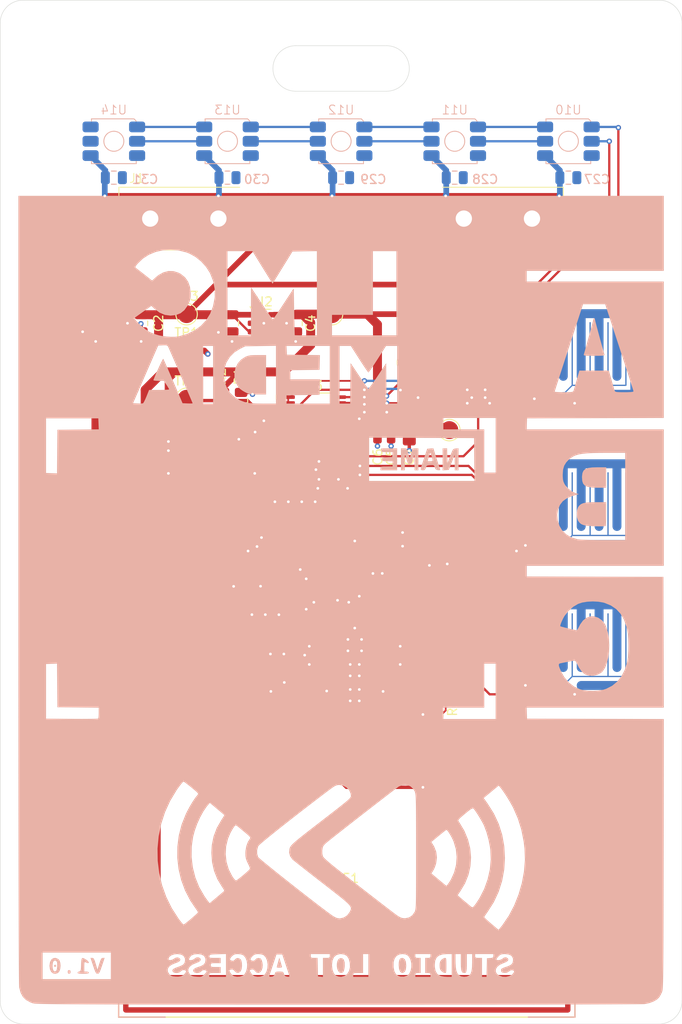
<source format=kicad_pcb>
(kicad_pcb (version 20240108) (generator "pcbnew") (generator_version "8.0")
  (layers (0 "F.Cu" signal) (31 "B.Cu" signal) (34 "B.Paste" user) (35 "F.Paste" user) (36 "B.SilkS" user "B.Silkscreen") (37 "F.SilkS" user "F.Silkscreen") (38 "B.Mask" user) (39 "F.Mask" user) (44 "Edge.Cuts" user))
  (net 0 "")
  (net 1 "/SPI0_MOSI")
  (net 2 "/LEDs/SDI")
  (net 3 "/SPI0_SCKB")
  (net 4 "/LEDs/CKI")
  (net 5 "+5V")
  (net 6 "Net-(U1-L)")
  (net 7 "+BATT")
  (net 8 "GND")
  (net 9 "+3V3")
  (net 10 "Net-(U4-AGDC)")
  (net 11 "Net-(U4-VDD_A)")
  (net 12 "Net-(U4-VDD_AM)")
  (net 13 "Net-(U4-VDD_D)")
  (net 14 "Net-(U4-VDD_DR)")
  (net 15 "Net-(U4-XTI)")
  (net 16 "Net-(U4-XTO)")
  (net 17 "/CAPT_X0")
  (net 18 "/MCU_CLK")
  (net 19 "/SPI0_SSEL0")
  (net 20 "/SPI0_MISO")
  (net 21 "/SPI0_SCKA")
  (net 22 "/CAPT_X2")
  (net 23 "/CAPT_YL")
  (net 24 "/CAPT_X1")
  (net 25 "/NFC_IRQ")
  (net 26 "Net-(AE1-Pad1)")
  (net 34 "Net-(U10-CKO)")
  (net 35 "Net-(U10-SDO)")
  (net 36 "Net-(U11-SDO)")
  (net 37 "Net-(U11-CKO)")
  (net 38 "Net-(U12-SDO)")
  (net 39 "Net-(U12-CKO)")
  (net 40 "Net-(U13-SDO)")
  (net 41 "Net-(U13-CKO)")
  (net 44 "Net-(AE1-Pad2)")
  (net 45 "Net-(C33-Pad1)")
  (net 46 "Net-(C34-Pad2)")
  (net 47 "Net-(C35-Pad2)")
  (net 48 "Net-(C36-Pad2)")
  (net 49 "Net-(U4-RFI1)")
  (net 50 "Net-(U4-RFI2)")
  (net 51 "Net-(U4-RFO1)")
  (net 52 "Net-(U4-RFO2)")
  (net 53 "Net-(J3-SWDIO{slash}TMS)")
  (net 54 "Net-(J3-SWCLK{slash}TCK)")
  (net 55 "Net-(J3-~{RESET})")
  (net 59 "/CAPT_YH")
  (net 60 "Net-(U3-PIO0_7{slash}ADC_1{slash}ACMPV_{REF})")
  (footprint "Capacitor_SMD:C_0603_1608Metric" (layer "F.Cu") (at 157.988 86.36 -90)
    (property "Reference" "C5")
    (property "Value" "0.1uF")
  )
  (footprint "Capacitor_SMD:C_0603_1608Metric" (layer "F.Cu") (at 146 109.6 -90)
    (property "Reference" "C9")
    (property "Value" "1uF")
  )
  (footprint "Resistor_SMD:R_0805_2012Metric" (layer "F.Cu") (at 139.192 82.804 -90)
    (property "Reference" "R2")
    (property "Value" "10K")
  )
  (footprint "Capacitor_SMD:C_0805_2012Metric" (layer "F.Cu") (at 155.956 113.284 -90)
    (property "Reference" "C36")
    (property "Value" "C")
  )
  (footprint "footprints:Keystone82Spacer" (layer "F.Cu") (at 152.5 62.6)
    (property "Reference" "REF**" (hide yes))
    (property "Value" "Keystone82Spacer")
  )
  (footprint "Package_SO:TSSOP-20_4.4x6.5mm_P0.65mm" (layer "F.Cu") (at 149.352 85.344)
    (property "Reference" "U3")
    (property "Value" "LPC804M101JDH20")
  )
  (footprint "Capacitor_SMD:C_0603_1608Metric" (layer "F.Cu") (at 144.5 109.6 -90)
    (property "Reference" "C12")
    (property "Value" "10nF")
  )
  (footprint "Capacitor_SMD:C_0603_1608Metric" (layer "F.Cu") (at 146.05 112.776 -90)
    (property "Reference" "C25")
    (property "Value" "10nF")
  )
  (footprint "Capacitor_SMD:C_0805_2012Metric" (layer "F.Cu") (at 157.988 113.284 -90)
    (property "Reference" "C38")
    (property "Value" "C")
  )
  (footprint "Resistor_SMD:R_0805_2012Metric" (layer "F.Cu") (at 141.224 82.804 -90)
    (property "Reference" "R1")
    (property "Value" "10K")
  )
  (footprint "Inductor_SMD:L_0805_2012Metric" (layer "F.Cu") (at 151.892 107.188 -135)
    (property "Reference" "L2")
    (property "Value" "270nH")
  )
  (footprint "Capacitor_SMD:C_0603_1608Metric" (layer "F.Cu") (at 156.464 86.36 -90)
    (property "Reference" "C6")
    (property "Value" "10nF")
  )
  (footprint "Resistor_SMD:R_0805_2012Metric" (layer "F.Cu") (at 167.64 75.184 -90)
    (property "Reference" "R3")
    (property "Value" "10K")
  )
  (footprint "Capacitor_SMD:C_0603_1608Metric" (layer "F.Cu") (at 144.5 106.6 -90)
    (property "Reference" "C11")
    (property "Value" "10nF")
  )
  (footprint "Capacitor_SMD:C_0805_2012Metric" (layer "F.Cu") (at 160.02 86.36 90)
    (property "Reference" "C7")
    (property "Value" "10uF")
  )
  (footprint "footprints:Keystone82" (layer "F.Cu") (at 131.0652 62.484)
    (property "Reference" "J1")
    (property "Value" "~")
  )
  (footprint "Capacitor_SMD:C_0603_1608Metric" (layer "F.Cu") (at 144.55 113.776 90)
    (property "Reference" "C23")
    (property "Value" "2.2uF")
  )
  (footprint "Capacitor_SMD:C_0805_2012Metric" (layer "F.Cu") (at 124.968 74.168 90)
    (property "Reference" "C1")
    (property "Value" "10uF")
  )
  (footprint "Resistor_SMD:R_0805_2012Metric" (layer "F.Cu") (at 160.02 116.84 -90)
    (property "Reference" "R8")
    (property "Value" "R")
  )
  (footprint "Capacitor_SMD:C_0805_2012Metric" (layer "F.Cu") (at 151.892 113.284 -90)
    (property "Reference" "C35")
    (property "Value" "C")
  )
  (footprint "Capacitor_SMD:C_0603_1608Metric" (layer "F.Cu") (at 143.5 104.1 180)
    (property "Reference" "C18")
    (property "Value" "10nF")
  )
  (footprint "TestPoint:TestPoint_Pad_D2.0mm" (layer "F.Cu") (at 135.128 82.6)
    (property "Reference" "TP2")
    (property "Value" "TestPoint_Small")
  )
  (footprint "Capacitor_SMD:C_0603_1608Metric" (layer "F.Cu") (at 157.239 97.536)
    (property "Reference" "C14")
    (property "Value" "1uF")
  )
  (footprint "Capacitor_SMD:C_0805_2012Metric" (layer "F.Cu") (at 150.876 110.236 180)
    (property "Reference" "C33")
    (property "Value" "C")
  )
  (footprint "Package_TO_SOT_SMD:SOT-23-5" (layer "F.Cu") (at 143.764 74.168)
    (property "Reference" "U2")
    (property "Value" "TLV77333PDBVR")
  )
  (footprint "TestPoint:TestPoint_Pad_D2.0mm" (layer "F.Cu") (at 135.128 77.216)
    (property "Reference" "TP1")
    (property "Value" "TestPoint_Small")
  )
  (footprint "Capacitor_SMD:C_0603_1608Metric" (layer "F.Cu") (at 147.828 109.728 -90)
    (property "Reference" "C24")
    (property "Value" "1nF")
  )
  (footprint "footprints:Keystone82" (layer "F.Cu") (at 173.7348 62.484 180)
    (property "Reference" "J2")
    (property "Value" "~")
  )
  (footprint "TestPoint:TestPoint_Pad_D2.0mm" (layer "F.Cu") (at 151.384 73.152)
    (property "Reference" "TP4")
    (property "Value" "TestPoint_Small")
  )
  (footprint "Crystal:Crystal_SMD_Abracon_ABM8G-4Pin_3.2x2.5mm" (layer "F.Cu") (at 145.508 101.092 180)
    (property "Reference" "Y1")
    (property "Value" "27.12MHz")
  )
  (footprint "Capacitor_SMD:C_0603_1608Metric" (layer "F.Cu") (at 140.5 104.1)
    (property "Reference" "C21")
    (property "Value" "2.2uF")
  )
  (footprint "Capacitor_SMD:C_0603_1608Metric" (layer "F.Cu") (at 147.5 106.1 -90)
    (property "Reference" "C20")
    (property "Value" "10nF")
  )
  (footprint "Package_TO_SOT_SMD:Texas_R-PDSO-G6" (layer "F.Cu") (at 127.508 74.168 90)
    (property "Reference" "U1")
    (property "Value" "TPS61222DCK")
  )
  (footprint "Resistor_SMD:R_0805_2012Metric" (layer "F.Cu") (at 161.544 75.184 -90)
    (property "Reference" "R5")
    (property "Value" "10K")
  )
  (footprint "Capacitor_SMD:C_0603_1608Metric" (layer "F.Cu") (at 149.352 96.012 90)
    (property "Reference" "C10")
    (property "Value" "1uF")
  )
  (footprint "Capacitor_SMD:C_0805_2012Metric" (layer "F.Cu") (at 149.86 113.284 90)
    (property "Reference" "C37")
    (property "Value" "C")
  )
  (footprint "footprints:badge_antenna" (layer "F.Cu") (at 178.035 151.144 180)
    (property "Reference" "AE1")
    (property "Value" "Antenna_Loop")
  )
  (footprint "Capacitor_SMD:C_0603_1608Metric" (layer "F.Cu") (at 145 98.552 180)
    (property "Reference" "C16")
    (property "Value" "15pF")
  )
  (footprint "TestPoint:TestPoint_Pad_D2.0mm" (layer "F.Cu") (at 164.5 86.1)
    (property "Reference" "TP5")
    (property "Value" "TestPoint_Small")
  )
  (footprint "Capacitor_SMD:C_0805_2012Metric" (layer "F.Cu") (at 172 93.6 180)
    (property "Reference" "C32")
    (property "Value" "22nF")
  )
  (footprint "Capacitor_SMD:C_0805_2012Metric" (layer "F.Cu") (at 151.892 116.84 90)
    (property "Reference" "C40")
    (property "Value" "C")
  )
  (footprint "TestPoint:TestPoint_Pad_D2.0mm" (layer "F.Cu") (at 135.128 73.152)
    (property "Reference" "TP3")
    (property "Value" "TestPoint_Small")
  )
  (footprint "Capacitor_SMD:C_0805_2012Metric" (layer "F.Cu") (at 155.956 116.84 -90)
    (property "Reference" "C41")
    (property "Value" "C")
  )
  (footprint "Connector_PinHeader_1.27mm:PinHeader_2x05_P1.27mm_Vertical_SMD" (layer "F.Cu") (at 137.16 88.392)
    (property "Reference" "J3")
    (property "Value" "Conn_ARM_JTAG_SWD_10")
  )
  (footprint "Inductor_SMD:L_0805_2012Metric" (layer "F.Cu") (at 155.956 107.188 -45)
    (property "Reference" "L3")
    (property "Value" "270nH")
  )
  (footprint "Capacitor_SMD:C_0603_1608Metric" (layer "F.Cu") (at 147.828 96.012 90)
    (property "Reference" "C13")
    (property "Value" "10nF")
  )
  (footprint "Resistor_SMD:R_0805_2012Metric" (layer "F.Cu") (at 147.828 116.84 -90)
    (property "Reference" "R7")
    (property "Value" "R")
  )
  (footprint "Capacitor_SMD:C_0805_2012Metric" (layer "F.Cu") (at 147.32 74.168 -90)
    (property "Reference" "C4")
    (property "Value" "1uF")
  )
  (footprint "Capacitor_SMD:C_0603_1608Metric" (layer "F.Cu") (at 143 106.6 -90)
    (property "Reference" "C8")
    (property "Value" "1uF")
  )
  (footprint "Capacitor_SMD:C_0805_2012Metric" (layer "F.Cu") (at 140.208 74.168 -90)
    (property "Reference" "C3")
    (property "Value" "1uF")
  )
  (footprint "Capacitor_SMD:C_0805_2012Metric" (layer "F.Cu") (at 156.972 110.236 180)
    (property "Reference" "C34")
    (property "Value" "C")
  )
  (footprint "Capacitor_SMD:C_0603_1608Metric" (layer "F.Cu") (at 157.239 99.06)
    (property "Reference" "C17")
    (property "Value" "10nF")
  )
  (footprint "Capacitor_SMD:C_0603_1608Metric" (layer "F.Cu") (at 146.304 96.012 90)
    (property "Reference" "C19")
    (property "Value" "10nF")
  )
  (footprint "Capacitor_SMD:C_0805_2012Metric" (layer "F.Cu") (at 157.988 116.84 90)
    (property "Reference" "C42")
    (property "Value" "C")
  )
  (footprint "Capacitor_SMD:C_0805_2012Metric" (layer "F.Cu") (at 130.048 74.168 90)
    (property "Reference" "C2")
    (property "Value" "10uF")
  )
  (footprint "Capacitor_SMD:C_0805_2012Metric" (layer "F.Cu") (at 149.86 116.84 -90)
    (property "Reference" "C39")
    (property "Value" "C")
  )
  (footprint "Resistor_SMD:R_0805_2012Metric" (layer "F.Cu") (at 163.576 75.184 -90)
    (property "Reference" "R6")
    (property "Value" "10K")
  )
  (footprint "Package_TO_SOT_SMD:SOT-23" (layer "F.Cu") (at 162.56 79.248)
    (property "Reference" "Q2")
    (property "Value" "BSS138")
  )
  (footprint "Capacitor_SMD:C_0603_1608Metric" (layer "F.Cu") (at 146 106.6 90)
    (property "Reference" "C26")
    (property "Value" "2.2uF")
  )
  (footprint "Package_DFN_QFN:HVQFN-32-1EP_5x5mm_P0.5mm_EP3.1x3.1mm" (layer "F.Cu") (at 152.273 101.854)
    (property "Reference" "U4")
    (property "Value" "ST25R3918AQW")
  )
  (footprint "Capacitor_SMD:C_0603_1608Metric" (layer "F.Cu") (at 142.46 101.346 90)
    (property "Reference" "C15")
    (property "Value" "15pF")
  )
  (footprint "Package_TO_SOT_SMD:SOT-23" (layer "F.Cu") (at 168.656 79.248)
    (property "Reference" "Q1")
    (property "Value" "BSS138")
  )
  (footprint "Capacitor_SMD:C_0603_1608Metric" (layer "F.Cu") (at 144.78 96.012 -90)
    (property "Reference" "C22")
    (property "Value" "2.2uF")
  )
  (footprint "Inductor_SMD:L_Taiyo-Yuden_MD-3030" (layer "F.Cu") (at 126.492 70.612)
    (property "Reference" "L1")
    (property "Value" "4.7uH")
  )
  (footprint "Resistor_SMD:R_0805_2012Metric" (layer "F.Cu") (at 169.672 75.184 -90)
    (property "Reference" "R4")
    (property "Value" "10K")
  )
  (footprint "footprints:CapTouchButton" (layer "B.Cu") (at 185.731 115.111 180)
    (property "Reference" "S3" (hide yes))
    (property "Value" "~" (hide yes))
  )
  (footprint "footprints:badge_silk" (layer "B.Cu") (at 152.399547 95.5 180)
    (property "Reference" "G***")
    (property "Value" "LOGO" (hide yes))
  )
  (footprint "Capacitor_SMD:C_0805_2012Metric" (layer "B.Cu") (at 139.7 57.912)
    (property "Reference" "C30")
    (property "Value" "1uF")
  )
  (footprint "footprints:OPSCO_SK9822" (layer "B.Cu") (at 127 53.848)
    (property "Reference" "U14")
    (property "Value" "SK9822")
  )
  (footprint "footprints:OPSCO_SK9822" (layer "B.Cu") (at 165.1 53.848)
    (property "Reference" "U11")
    (property "Value" "SK9822")
  )
  (footprint "footprints:CapTouchButton" (layer "B.Cu") (at 185.731 99.363 180)
    (property "Reference" "S2" (hide yes))
    (property "Value" "~" (hide yes))
  )
  (footprint "Capacitor_SMD:C_0805_2012Metric" (layer "B.Cu") (at 152.4 57.912)
    (property "Reference" "C29")
    (property "Value" "1uF")
  )
  (footprint "footprints:CapTouchButton" (layer "B.Cu") (at 185.731 82.599 180)
    (property "Reference" "S1" (hide yes))
    (property "Value" "~" (hide yes))
  )
  (footprint "Capacitor_SMD:C_0805_2012Metric" (layer "B.Cu") (at 177.8 57.912)
    (property "Reference" "C27")
    (property "Value" "1uF")
  )
  (footprint "Capacitor_SMD:C_0805_2012Metric" (layer "B.Cu") (at 127 57.912)
    (property "Reference" "C31")
    (property "Value" "1uF")
  )
  (footprint "footprints:OPSCO_SK9822" (layer "B.Cu") (at 152.4 53.848)
    (property "Reference" "U12")
    (property "Value" "SK9822")
  )
  (footprint "footprints:OPSCO_SK9822" (layer "B.Cu") (at 139.7 53.848)
    (property "Reference" "U13")
    (property "Value" "SK9822")
  )
  (footprint "footprints:OPSCO_SK9822" (layer "B.Cu") (at 177.8 53.848)
    (property "Reference" "U10")
    (property "Value" "SK9822")
  )
  (footprint "Capacitor_SMD:C_0805_2012Metric" (layer "B.Cu") (at 165.1 57.912)
    (property "Reference" "C28")
    (property "Value" "1uF")
  )
  (gr_arc (start 190.5 149.86) (mid 189.756051 151.656051) (end 187.96 152.4) (stroke (width 0.05)) (layer "Edge.Cuts"))
  (gr_line (start 157.480002 48.259999) (end 147.32 48.26) (stroke (width 0.05)) (layer "Edge.Cuts"))
  (gr_line (start 190.5 149.86) (end 190.5 40.64) (stroke (width 0.05)) (layer "Edge.Cuts"))
  (gr_arc (start 187.96 38.1) (mid 189.756051 38.843949) (end 190.5 40.64) (stroke (width 0.05)) (layer "Edge.Cuts"))
  (gr_arc (start 147.32 48.26) (mid 144.780002 45.720001) (end 147.32 43.180002) (stroke (width 0.05)) (layer "Edge.Cuts"))
  (gr_line (start 187.96 38.1) (end 116.84 38.1) (stroke (width 0.05)) (layer "Edge.Cuts"))
  (gr_arc (start 114.3 40.64) (mid 115.043949 38.843949) (end 116.84 38.1) (stroke (width 0.05)) (layer "Edge.Cuts"))
  (gr_line (start 116.84 152.4) (end 187.96 152.4) (stroke (width 0.05)) (layer "Edge.Cuts"))
  (gr_arc (start 116.84 152.4) (mid 115.043949 151.656051) (end 114.3 149.86) (stroke (width 0.05)) (layer "Edge.Cuts"))
  (gr_line (start 147.32 43.180002) (end 157.480002 43.180001) (stroke (width 0.05)) (layer "Edge.Cuts"))
  (gr_line (start 114.3 40.64) (end 114.3 149.86) (stroke (width 0.05)) (layer "Edge.Cuts"))
  (gr_arc (start 157.480002 43.180001) (mid 160.02 45.72) (end 157.480002 48.259999) (stroke (width 0.05)) (layer "Edge.Cuts"))
  (via (at 154.686 109.474) (size 0.6) (drill 0.3) (layers "F.Cu" "B.Cu") (net 0))
  (via (at 153.416 113.538) (size 0.6) (drill 0.3) (layers "F.Cu" "B.Cu") (net 0))
  (via (at 153.162 110.744) (size 0.6) (drill 0.3) (layers "F.Cu" "B.Cu") (net 0))
  (via (at 153.162 109.474) (size 0.6) (drill 0.3) (layers "F.Cu" "B.Cu") (net 0))
  (via (at 153.416 115.062) (size 0.6) (drill 0.3) (layers "F.Cu" "B.Cu") (net 0))
  (via (at 153.416 112.268) (size 0.6) (drill 0.3) (layers "F.Cu" "B.Cu") (net 0))
  (via (at 153.416 116.332) (size 0.6) (drill 0.3) (layers "F.Cu" "B.Cu") (net 0))
  (via (at 154.432 116.332) (size 0.6) (drill 0.3) (layers "F.Cu" "B.Cu") (net 0))
  (via (at 153.924 108.204) (size 0.6) (drill 0.3) (layers "F.Cu" "B.Cu") (net 0))
  (via (at 154.432 113.538) (size 0.6) (drill 0.3) (layers "F.Cu" "B.Cu") (net 0))
  (via (at 154.432 115.062) (size 0.6) (drill 0.3) (layers "F.Cu" "B.Cu") (net 0))
  (via (at 154.432 112.268) (size 0.6) (drill 0.3) (layers "F.Cu" "B.Cu") (net 0))
  (via (at 154.686 110.744) (size 0.6) (drill 0.3) (layers "F.Cu" "B.Cu") (net 0))
  (segment (start 167.64 78.2195) (end 167.7185 78.298) (width 0.254) (layer "F.Cu") (net 1))
  (segment (start 166.081 89.019) (end 167.7185 87.3815) (width 0.254) (layer "F.Cu") (net 1))
  (segment (start 150.984 87.462001) (end 151.477001 86.969) (width 0.2) (layer "F.Cu") (net 1))
  (segment (start 167.7185 80.198) (end 167.7185 78.298) (width 0.254) (layer "F.Cu") (net 1))
  (segment (start 153.009 86.969) (end 155.059 89.019) (width 0.254) (layer "F.Cu") (net 1))
  (segment (start 151.477001 86.969) (end 152.2145 86.969) (width 0.2) (layer "F.Cu") (net 1))
  (segment (start 155.059 89.019) (end 166.081 89.019) (width 0.254) (layer "F.Cu") (net 1))
  (segment (start 151.023 99.4165) (end 150.984 99.3775) (width 0.2) (layer "F.Cu") (net 1))
  (segment (start 150.984 99.3775) (end 150.984 87.462001) (width 0.2) (layer "F.Cu") (net 1))
  (segment (start 152.2145 86.969) (end 153.009 86.969) (width 0.254) (layer "F.Cu") (net 1))
  (segment (start 167.7185 87.3815) (end 167.7185 80.198) (width 0.254) (layer "F.Cu") (net 1))
  (segment (start 167.64 76.0965) (end 167.64 78.2195) (width 0.254) (layer "F.Cu") (net 1))
  (segment (start 169.5935 76.175) (end 169.672 76.0965) (width 0.254) (layer "F.Cu") (net 2))
  (segment (start 171.5 73.6) (end 183.388 61.712) (width 0.254) (layer "F.Cu") (net 2))
  (segment (start 169.672 76.0965) (end 170.26399 76.0965) (width 0.254) (layer "F.Cu") (net 2))
  (segment (start 171.5 74.86049) (end 171.5 73.6) (width 0.254) (layer "F.Cu") (net 2))
  (segment (start 183.388 61.712) (end 183.388 52.324) (width 0.254) (layer "F.Cu") (net 2))
  (segment (start 170.26399 76.0965) (end 171.5 74.86049) (width 0.254) (layer "F.Cu") (net 2))
  (segment (start 169.5935 79.248) (end 169.5935 76.175) (width 0.254) (layer "F.Cu") (net 2))
  (via (at 183.388 52.324) (size 0.6) (drill 0.3) (layers "F.Cu" "B.Cu") (net 2))
  (segment (start 183.388 52.324) (end 183.312 52.248) (width 0.254) (layer "B.Cu") (net 2))
  (segment (start 183.312 52.248) (end 180.4 52.248) (width 0.254) (layer "B.Cu") (net 2))
  (segment (start 155 82.419) (end 152.2145 82.419) (width 0.254) (layer "F.Cu") (net 3))
  (segment (start 161.544 76.0965) (end 161.544 78.2195) (width 0.254) (layer "F.Cu") (net 3))
  (segment (start 157.48 82.296) (end 159.578 80.198) (width 0.254) (layer "F.Cu") (net 3))
  (segment (start 161.6225 78.298) (end 161.6225 80.198) (width 0.254) (layer "F.Cu") (net 3))
  (segment (start 159.578 80.198) (end 161.6225 80.198) (width 0.254) (layer "F.Cu") (net 3))
  (segment (start 161.544 78.2195) (end 161.6225 78.298) (width 0.254) (layer "F.Cu") (net 3))
  (via (at 155 82.419) (size 0.6) (drill 0.3) (layers "F.Cu" "B.Cu") (net 3))
  (via (at 157.48 82.296) (size 0.6) (drill 0.3) (layers "F.Cu" "B.Cu") (net 3))
  (segment (start 155 82.419) (end 155.123 82.296) (width 0.254) (layer "B.Cu") (net 3))
  (segment (start 155.123 82.296) (end 157.48 82.296) (width 0.254) (layer "B.Cu") (net 3))
  (segment (start 170.699 73.401) (end 182.372 61.728) (width 0.254) (layer "F.Cu") (net 4))
  (segment (start 163.4975 79.248) (end 163.4975 76.175) (width 0.254) (layer "F.Cu") (net 4))
  (segment (start 163.4975 76.175) (end 163.576 76.0965) (width 0.254) (layer "F.Cu") (net 4))
  (segment (start 170.367928 75.111) (end 170.699 74.779928) (width 0.254) (layer "F.Cu") (net 4))
  (segment (start 163.576 76.0965) (end 165.958572 76.0965) (width 0.254) (layer "F.Cu") (net 4))
  (segment (start 182.372 61.728) (end 182.372 53.848) (width 0.254) (layer "F.Cu") (net 4))
  (segment (start 170.699 74.779928) (end 170.699 73.401) (width 0.254) (layer "F.Cu") (net 4))
  (segment (start 165.958572 76.0965) (end 166.944072 75.111) (width 0.254) (layer "F.Cu") (net 4))
  (segment (start 166.944072 75.111) (end 170.367928 75.111) (width 0.254) (layer "F.Cu") (net 4))
  (via (at 182.372 53.848) (size 0.6) (drill 0.3) (layers "F.Cu" "B.Cu") (net 4))
  (segment (start 182.372 53.848) (end 180.4 53.848) (width 0.254) (layer "B.Cu") (net 4))
  (segment (start 126.368 78.232) (end 125 79.6) (width 1) (layer "F.Cu") (net 5))
  (segment (start 144.5 105.825) (end 146.25 104.075) (width 0.254) (layer "F.Cu") (net 5))
  (segment (start 150.948 105.084) (end 150.948 104.3665) (width 0.2) (layer "F.Cu") (net 5))
  (segment (start 132 73.718) (end 132 75.772) (width 1) (layer "F.Cu") (net 5))
  (segment (start 142.6265 75.118) (end 142.108 75.118) (width 0.254) (layer "F.Cu") (net 5))
  (segment (start 144.272 59.944) (end 151.384 59.944) (width 0.635) (layer "F.Cu") (net 5))
  (segment (start 135.147 108.953) (end 135.275 108.825) (width 0.381) (layer "F.Cu") (net 5))
  (segment (start 146 108.825) (end 146.75 108.075) (width 0.2) (layer "F.Cu") (net 5))
  (segment (start 135.147 108.953) (end 138 106.1) (width 1) (layer "F.Cu") (net 5))
  (segment (start 135.128 73.152) (end 138.43 69.85) (width 0.635) (layer "F.Cu") (net 5))
  (segment (start 126.853 108.953) (end 135.147 108.953) (width 1) (layer "F.Cu") (net 5))
  (segment (start 128.158 73.068) (end 129.898 73.068) (width 0.381) (layer "F.Cu") (net 5))
  (segment (start 135.275 108.825) (end 144.5 108.825) (width 0.381) (layer "F.Cu") (net 5))
  (segment (start 131.5 73.218) (end 132 73.718) (width 1) (layer "F.Cu") (net 5))
  (segment (start 129.898 73.068) (end 130.048 73.218) (width 0.381) (layer "F.Cu") (net 5))
  (segment (start 130.048 73.218) (end 140.208 73.218) (width 1) (layer "F.Cu") (net 5))
  (segment (start 163.576 72.136) (end 167.5365 72.136) (width 0.635) (layer "F.Cu") (net 5))
  (segment (start 161.29 69.85) (end 163.576 72.136) (width 0.635) (layer "F.Cu") (net 5))
  (segment (start 138.43 69.85) (end 145.796 62.484) (width 0.635) (layer "F.Cu") (net 5))
  (segment (start 127.508 74.335471) (end 127.508 75.268) (width 0.2) (layer "F.Cu") (net 5))
  (segment (start 125 79.6) (end 125 107.1) (width 1) (layer "F.Cu") (net 5))
  (segment (start 129.54 78.232) (end 126.368 78.232) (width 1) (layer "F.Cu") (net 5))
  (segment (start 138.275 105.825) (end 143 105.825) (width 0.381) (layer "F.Cu") (net 5))
  (segment (start 143 105.825) (end 144.5 105.825) (width 0.381) (layer "F.Cu") (net 5))
  (segment (start 146.75 108.075) (end 147.957 108.075) (width 0.2) (layer "F.Cu") (net 5))
  (segment (start 138.43 69.85) (end 161.29 69.85) (width 0.635) (layer "F.Cu") (net 5))
  (segment (start 164.084 59.944) (end 176.784 59.944) (width 0.635) (layer "F.Cu") (net 5))
  (segment (start 146.25 104.075) (end 149.3645 104.075) (width 0.254) (layer "F.Cu") (net 5))
  (segment (start 149.3645 104.075) (end 149.8355 103.604) (width 0.254) (layer "F.Cu") (net 5))
  (segment (start 144.5 108.825) (end 146 108.825) (width 0.381) (layer "F.Cu") (net 5))
  (segment (start 151.384 59.944) (end 164.084 59.944) (width 0.635) (layer "F.Cu") (net 5))
  (segment (start 167.5365 72.136) (end 169.672 74.2715) (width 0.635) (layer "F.Cu") (net 5))
  (segment (start 142.108 75.118) (end 140.208 73.218) (width 0.254) (layer "F.Cu") (net 5))
  (segment (start 144.272 59.944) (end 138.684 59.944) (width 0.635) (layer "F.Cu") (net 5))
  (segment (start 145.796 61.468) (end 144.272 59.944) (width 0.635) (layer "F.Cu") (net 5))
  (segment (start 125 107.1) (end 126.853 108.953) (width 1) (layer "F.Cu") (net 5))
  (segment (start 138 106.1) (end 138.275 105.825) (width 0.381) (layer "F.Cu") (net 5))
  (segment (start 150.948 104.3665) (end 151.023 104.2915) (width 0.2) (layer "F.Cu") (net 5))
  (segment (start 147.957 108.075) (end 150.948 105.084) (width 0.2) (layer "F.Cu") (net 5))
  (segment (start 140.208 73.218) (end 142.6265 73.218) (width 0.635) (layer "F.Cu") (net 5))
  (segment (start 128.158 73.068) (end 128.158 73.685471) (width 0.2) (layer "F.Cu") (net 5))
  (segment (start 138.684 59.944) (end 125.984 59.944) (width 0.635) (layer "F.Cu") (net 5))
  (segment (start 163.576 72.136) (end 163.576 74.2715) (width 0.635) (layer "F.Cu") (net 5))
  (segment (start 145.796 62.484) (end 145.796 61.468) (width 0.635) (layer "F.Cu") (net 5))
  (segment (start 128.158 73.685471) (end 127.508 74.335471) (width 0.2) (layer "F.Cu") (net 5))
  (segment (start 132 75.772) (end 129.54 78.232) (width 1) (layer "F.Cu") (net 5))
  (via (at 151.384 59.944) (size 0.6) (drill 0.3) (layers "F.Cu" "B.Cu") (net 5))
  (via (at 164.084 59.944) (size 0.6) (drill 0.3) (layers "F.Cu" "B.Cu") (net 5))
  (via (at 125.984 59.944) (size 0.6) (drill 0.3) (layers "F.Cu" "B.Cu") (net 5))
  (via (at 138.684 59.944) (size 0.6) (drill 0.3) (layers "F.Cu" "B.Cu") (net 5))
  (via (at 176.784 59.944) (size 0.6) (drill 0.3) (layers "F.Cu" "B.Cu") (net 5))
  (segment (start 125.984 59.944) (end 125.984 57.978) (width 0.635) (layer "B.Cu") (net 5))
  (segment (start 151.45 57.912) (end 151.45 59.878) (width 0.635) (layer "B.Cu") (net 5))
  (segment (start 138.75 57.098) (end 137.1 55.448) (width 0.635) (layer "B.Cu") (net 5))
  (segment (start 176.85 57.912) (end 176.85 59.878) (width 0.635) (layer "B.Cu") (net 5))
  (segment (start 164.084 59.944) (end 164.15 59.878) (width 0.635) (layer "B.Cu") (net 5))
  (segment (start 164.15 57.098) (end 162.5 55.448) (width 0.635) (layer "B.Cu") (net 5))
  (segment (start 126.05 57.098) (end 124.4 55.448) (width 0.635) (layer "B.Cu") (net 5))
  (segment (start 151.45 57.912) (end 151.45 57.098) (width 0.635) (layer "B.Cu") (net 5))
  (segment (start 138.75 57.912) (end 138.75 59.878) (width 0.635) (layer "B.Cu") (net 5))
  (segment (start 151.45 57.098) (end 149.8 55.448) (width 0.635) (layer "B.Cu") (net 5))
  (segment (start 138.75 57.912) (end 138.75 57.098) (width 0.635) (layer "B.Cu") (net 5))
  (segment (start 164.15 59.878) (end 164.15 57.098) (width 0.635) (layer "B.Cu") (net 5))
  (segment (start 176.85 57.912) (end 176.85 57.098) (width 0.635) (layer "B.Cu") (net 5))
  (segment (start 176.85 57.098) (end 175.2 55.448) (width 0.635) (layer "B.Cu") (net 5))
  (segment (start 126.05 57.912) (end 126.05 57.098) (width 0.635) (layer "B.Cu") (net 5))
  (segment (start 176.85 59.878) (end 176.784 59.944) (width 0.635) (layer "B.Cu") (net 5))
  (segment (start 151.45 59.878) (end 151.384 59.944) (width 0.635) (layer "B.Cu") (net 5))
  (segment (start 125.984 57.978) (end 126.05 57.912) (width 0.635) (layer "B.Cu") (net 5))
  (segment (start 138.75 59.878) (end 138.684 59.944) (width 0.635) (layer "B.Cu") (net 5))
  (segment (start 127.508 70.696) (end 127.592 70.612) (width 0.381) (layer "F.Cu") (net 6))
  (segment (start 127.508 73.068) (end 127.508 70.696) (width 0.381) (layer "F.Cu") (net 6))
  (segment (start 125.392 70.612) (end 125.392 72.794) (width 0.762) (layer "F.Cu") (net 7))
  (segment (start 131.0652 62.484) (end 138.6852 62.484) (width 0.762) (layer "F.Cu") (net 7))
  (segment (start 125.476 70.528) (end 125.476 68.0732) (width 0.762) (layer "F.Cu") (net 7))
  (segment (start 126.708 73.218) (end 126.858 73.068) (width 0.381) (layer "F.Cu") (net 7))
  (segment (start 125.476 68.0732) (end 131.0652 62.484) (width 0.762) (layer "F.Cu") (net 7))
  (segment (start 124.968 73.218) (end 126.708 73.218) (width 0.381) (layer "F.Cu") (net 7))
  (segment (start 126.858 75.108) (end 126.858 75.268) (width 0.2) (layer "F.Cu") (net 7))
  (segment (start 126.727 74.252) (end 126.727 75.137) (width 0.762) (layer "F.Cu") (net 7))
  (segment (start 125.693 73.218) (end 126.727 74.252) (width 0.762) (layer "F.Cu") (net 7))
  (segment (start 125.392 70.612) (end 125.476 70.528) (width 0.762) (layer "F.Cu") (net 7))
  (segment (start 125.392 72.794) (end 124.968 73.218) (width 0.762) (layer "F.Cu") (net 7))
  (segment (start 124.968 73.218) (end 125.476 73.218) (width 0.2) (layer "F.Cu") (net 7))
  (segment (start 124.968 73.218) (end 125.693 73.218) (width 0.762) (layer "F.Cu") (net 7))
  (segment (start 142.725 104.1) (end 142.825307 104.1) (width 0.2) (layer "F.Cu") (net 8))
  (segment (start 144.142 100.242) (end 143 99.1) (width 0.381) (layer "F.Cu") (net 8))
  (segment (start 129.898 75.268) (end 130.048 75.118) (width 0.381) (layer "F.Cu") (net 8))
  (segment (start 139.833169 104.1) (end 140.387263 103.545906) (width 0.2) (layer "F.Cu") (net 8))
  (segment (start 157.988 115.89) (end 157.703178 115.89) (width 0.2) (layer "F.Cu") (net 8))
  (segment (start 157.988 112.334) (end 158.938 112.334) (width 0.2) (layer "F.Cu") (net 8))
  (segment (start 130.048 74.243) (end 130.023 74.218) (width 0.381) (layer "F.Cu") (net 8))
  (segment (start 149.86 112.334) (end 148.91 112.334) (width 0.2) (layer "F.Cu") (net 8))
  (segment (start 142.2915 81.8915) (end 142.5 82.1) (width 0.381) (layer "F.Cu") (net 8))
  (segment (start 154.7105 101.604) (end 156.504 101.604) (width 0.2) (layer "F.Cu") (net 8))
  (segment (start 144.408 100.242) (end 144.142 100.242) (width 0.381) (layer "F.Cu") (net 8))
  (segment (start 156.504 101.604) (end 157 102.1) (width 0.2) (layer "F.Cu") (net 8))
  (segment (start 147.32 75.118) (end 147.32 76.2) (width 0.635) (layer "F.Cu") (net 8))
  (segment (start 143 107.375) (end 143 107.274693) (width 0.2) (layer "F.Cu") (net 8))
  (segment (start 142.6265 74.168) (end 143.764 74.168) (width 0.635) (layer "F.Cu") (net 8))
  (segment (start 144.225 98.552) (end 143.952 98.552) (width 0.381) (layer "F.Cu") (net 8))
  (segment (start 128.158 75.268) (end 128.158 74.534) (width 0.381) (layer "F.Cu") (net 8))
  (segment (start 144.55 114.551) (end 144.55 115.276) (width 0.2) (layer "F.Cu") (net 8))
  (segment (start 155.952 102.104) (end 154.7105 102.104) (width 0.2) (layer "F.Cu") (net 8))
  (segment (start 146 110.375) (end 146 111.1) (width 0.2) (layer "F.Cu") (net 8))
  (segment (start 158.014 99.06) (end 159.271 99.06) (width 0.381) (layer "F.Cu") (net 8))
  (segment (start 124.968 75.118) (end 124.968 76.2) (width 0.635) (layer "F.Cu") (net 8))
  (segment (start 130.048 75.118) (end 130.048 74.243) (width 0.381) (layer "F.Cu") (net 8))
  (segment (start 146.608 101.942) (end 147.559651 101.942) (width 0.381) (layer "F.Cu") (net 8))
  (segment (start 142.825307 104.1) (end 143.395179 103.530128) (width 0.2) (layer "F.Cu") (net 8))
  (segment (start 154.023 104.2915) (end 154.0755 104.2915) (width 0.2) (layer "F.Cu") (net 8))
  (segment (start 144.5 107.274693) (end 143.930128 106.704821) (width 0.2) (layer "F.Cu") (net 8))
  (segment (start 147.828 95.237) (end 147.828 94.272) (width 0.2) (layer "F.Cu") (net 8))
  (segment (start 147.725 106.875) (end 148.5 106.1) (width 0.2) (layer "F.Cu") (net 8))
  (segment (start 148.6 102.604) (end 149.8355 102.604) (width 0.254) (layer "F.Cu") (net 8))
  (segment (start 146 107.266831) (end 145.445906 106.712737) (width 0.2) (layer "F.Cu") (net 8))
  (segment (start 137.116 77.216) (end 137.5 77.6) (width 0.635) (layer "F.Cu") (net 8))
  (segment (start 152.023 104.2915) (end 152.023 105.077) (width 0.2) (layer "F.Cu") (net 8))
  (segment (start 142.46 100.06) (end 142 99.6) (width 0.381) (layer "F.Cu") (net 8))
  (segment (start 138.75 75.118) (end 138.684 75.184) (width 0.635) (layer "F.Cu") (net 8))
  (segment (start 140.208 75.118) (end 138.75 75.118) (width 0.635) (layer "F.Cu") (net 8))
  (segment (start 158.014 97.536) (end 159.271 97.536) (width 0.381) (layer "F.Cu") (net 8))
  (segment (start 149.352 94.248) (end 149.5 94.1) (width 0.2) (layer "F.Cu") (net 8))
  (segment (start 153.244342 84.836) (end 154.432 84.836) (width 0.381) (layer "F.Cu") (net 8))
  (segment (start 153.523 99.4165) (end 153.523 98.882474) (width 0.2) (layer "F.Cu") (net 8))
  (segment (start 143 107.274693) (end 142.430128 106.704821) (width 0.2) (layer "F.Cu") (net 8))
  (segment (start 146.304 94.296) (end 146.5 94.1) (width 0.2) (layer "F.Cu") (net 8))
  (segment (start 149.352 95.237) (end 149.352 94.248) (width 0.2) (layer "F.Cu") (net 8))
  (segment (start 135.21 90.932) (end 133.096 90.932) (width 0.254) (layer "F.Cu") (net 8))
  (segment (start 147.32 75.118) (end 147.254 75.118) (width 0.635) (layer "F.Cu") (net 8))
  (segment (start 157.988 87.135) (end 157.988 87.884) (width 0.381) (layer "F.Cu") (net 8))
  (segment (start 154.0755 104.2915) (end 154.432 104.648) (width 0.2) (layer "F.Cu") (net 8))
  (segment (start 135.21 88.392) (end 133.096 88.392) (width 0.254) (layer "F.Cu") (net 8))
  (segment (start 156.464 87.135) (end 156.464 87.884) (width 0.381) (layer "F.Cu") (net 8))
  (segment (start 128.158 74.818001) (end 128.158 75.268) (width 0.2) (layer "F.Cu") (net 8))
  (segment (start 128.158 75.268) (end 129.898 75.268) (width 0.381) (layer "F.Cu") (net 8))
  (segment (start 149.86 115.89) (end 150.129746 115.89) (width 0.2) (layer "F.Cu") (net 8))
  (segment (start 141.224 81.8915) (end 142.2915 81.8915) (width 0.381) (layer "F.Cu") (net 8))
  (segment (start 153.523 98.882474) (end 153.925649 98.479825) (width 0.2) (layer "F.Cu") (net 8))
  (segment (start 135.128 77.216) (end 137.116 77.216) (width 0.635) (layer "F.Cu") (net 8))
  (segment (start 149.926 110.236) (end 148.844 110.236) (width 0.2) (layer "F.Cu") (net 8))
  (segment (start 157.703178 115.89) (end 157.090264 115.277086) (width 0.2) (layer "F.Cu") (net 8))
  (segment (start 158.938 112.334) (end 159.004 112.268) (width 0.2) (layer "F.Cu") (net 8))
  (segment (start 146.05 113.551) (end 146.05 114.276) (width 0.2) (layer "F.Cu") (net 8))
  (segment (start 155.956 102.108) (end 155.952 102.104) (width 0.2) (layer "F.Cu") (net 8))
  (segment (start 153.061342 85.019) (end 153.244342 84.836) (width 0.381) (layer "F.Cu") (net 8))
  (segment (start 147.828 94.272) (end 148 94.1) (width 0.2) (layer "F.Cu") (net 8))
  (segment (start 152.2145 85.019) (end 153.061342 85.019) (width 0.381) (layer "F.Cu") (net 8))
  (segment (start 144.5 107.375) (end 144.5 107.274693) (width 0.2) (layer "F.Cu") (net 8))
  (segment (start 146.304 95.237) (end 146.304 94.296) (width 0.2) (layer "F.Cu") (net 8))
  (segment (start 144.78 95.237) (end 144.78 94.32) (width 0.2) (layer "F.Cu") (net 8))
  (segment (start 130.048 75.118) (end 130.048 76.2) (width 0.635) (layer "F.Cu") (net 8))
  (segment (start 154.7105 101.604) (end 154.7105 102.104) (width 0.2) (layer "F.Cu") (net 8))
  (segment (start 128.158 74.534) (end 128.524 74.168) (width 0.381) (layer "F.Cu") (net 8))
  (segment (start 135.21 87.122) (end 133.35 87.122) (width 0.254) (layer "F.Cu") (net 8))
  (segment (start 160.02 87.31) (end 160.02 88.392) (width 0.381) (layer "F.Cu") (net 8))
  (segment (start 152.023 105.077) (end 152 105.1) (width 0.2) (layer "F.Cu") (net 8))
  (segment (start 157.922 110.236) (end 159.004 110.236) (width 0.2) (layer "F.Cu") (net 8))
  (segment (start 147.254 75.118) (end 146.304 74.168) (width 0.635) (layer "F.Cu") (net 8))
  (segment (start 142.46 100.571) (end 142.46 100.06) (width 0.381) (layer "F.Cu") (net 8))
  (segment (start 147.5 106.875) (end 147.725 106.875) (width 0.2) (layer "F.Cu") (net 8))
  (segment (start 146 107.375) (end 146 107.266831) (width 0.2) (layer "F.Cu") (net 8))
  (segment (start 148.91 112.334) (end 148.844 112.268) (width 0.2) (layer "F.Cu") (net 8))
  (segment (start 139.725 104.1) (end 139.833169 104.1) (width 0.2) (layer "F.Cu") (net 8))
  (segment (start 140.208 75.118) (end 140.208 76.2) (width 0.635) (layer "F.Cu") (net 8))
  (segment (start 147.559651 101.942) (end 147.830561 101.67109) (width 0.381) (layer "F.Cu") (net 8))
  (segment (start 148.5 102.704) (end 148.6 102.604) (width 0.254) (layer "F.Cu") (net 8))
  (segment (start 143.952 98.552) (end 143.5 98.1) (width 0.381) (layer "F.Cu") (net 8))
  (segment (start 150.129746 115.89) (end 150.787301 115.232445) (width 0.2) (layer "F.Cu") (net 8))
  (segment (start 133.35 87.122) (end 133.096 87.376) (width 0.254) (layer "F.Cu") (net 8))
  (segment (start 144.5 110.375) (end 144.5 111.1) (width 0.2) (layer "F.Cu") (net 8))
  (segment (start 144.78 94.32) (end 145 94.1) (width 0.2) (layer "F.Cu") (net 8))
  (segment (start 124.968 75.118) (end 123.51 75.118) (width 0.635) (layer "F.Cu") (net 8))
  (via (at 145 94.1) (size 0.6) (drill 0.3) (layers "F.Cu" "B.Cu") (net 8))
  (via (at 148.5 106.1) (size 0.6) (drill 0.3) (layers "F.Cu" "B.Cu") (net 8))
  (via (at 149.5 94.1) (size 0.6) (drill 0.3) (layers "F.Cu" "B.Cu") (net 8))
  (via (at 157.090264 115.277086) (size 0.6) (drill 0.3) (layers "F.Cu" "B.Cu") (net 8))
  (via (at 142.5 82.1) (size 0.6) (drill 0.3) (layers "F.Cu" "B.Cu") (net 8))
  (via (at 159.004 110.236) (size 0.6) (drill 0.3) (layers "F.Cu" "B.Cu") (net 8))
  (via (at 152 105.1) (size 0.6) (drill 0.3) (layers "F.Cu" "B.Cu") (net 8))
  (via (at 146 111.1) (size 0.6) (drill 0.3) (layers "F.Cu" "B.Cu") (net 8))
  (via (at 147.830561 101.67109) (size 0.6) (drill 0.3) (layers "F.Cu" "B.Cu") (net 8))
  (via (at 133.096 90.932) (size 0.6) (drill 0.3) (layers "F.Cu" "B.Cu") (net 8))
  (via (at 148.844 112.268) (size 0.6) (drill 0.3) (layers "F.Cu" "B.Cu") (net 8))
  (via (at 123.51 75.118) (size 0.6) (drill 0.3) (layers "F.Cu" "B.Cu") (net 8))
  (via (at 159.271 99.06) (size 0.6) (drill 0.3) (layers "F.Cu" "B.Cu") (net 8))
  (via (at 133.096 87.376) (size 0.6) (drill 0.3) (layers "F.Cu" "B.Cu") (net 8))
  (via (at 130.048 76.2) (size 0.6) (drill 0.3) (layers "F.Cu" "B.Cu") (net 8))
  (via (at 156.464 87.884) (size 0.6) (drill 0.3) (layers "F.Cu" "B.Cu") (net 8))
  (via (at 143.5 98.1) (size 0.6) (drill 0.3) (layers "F.Cu" "B.Cu") (net 8))
  (via (at 145.445906 106.712737) (size 0.6) (drill 0.3) (layers "F.Cu" "B.Cu") (net 8))
  (via (at 155.956 102.108) (size 0.6) (drill 0.3) (layers "F.Cu" "B.Cu") (net 8))
  (via (at 133.096 88.392) (size 0.6) (drill 0.3) (layers "F.Cu" "B.Cu") (net 8))
  (via (at 146.5 94.1) (size 0.6) (drill 0.3) (layers "F.Cu" "B.Cu") (net 8))
  (via (at 150.787301 115.232445) (size 0.6) (drill 0.3) (layers "F.Cu" "B.Cu") (net 8))
  (via (at 144.5 111.1) (size 0.6) (drill 0.3) (layers "F.Cu" "B.Cu") (net 8))
  (via (at 130.023 74.218) (size 0.6) (drill 0.3) (layers "F.Cu" "B.Cu") (net 8))
  (via (at 144.55 115.276) (size 0.6) (drill 0.3) (layers "F.Cu" "B.Cu") (net 8))
  (via (at 146.05 114.276) (size 0.6) (drill 0.3) (layers "F.Cu" "B.Cu") (net 8))
  (via (at 124.968 76.2) (size 0.6) (drill 0.3) (layers "F.Cu" "B.Cu") (net 8))
  (via (at 143.930128 106.704821) (size 0.6) (drill 0.3) (layers "F.Cu" "B.Cu") (net 8))
  (via (at 143.764 74.168) (size 0.6) (drill 0.3) (layers "F.Cu" "B.Cu") (net 8))
  (via (at 148.844 110.236) (size 0.6) (drill 0.3) (layers "F.Cu" "B.Cu") (net 8))
  (via (at 148 94.1) (size 0.6) (drill 0.3) (layers "F.Cu" "B.Cu") (net 8))
  (via (at 137.5 77.6) (size 0.6) (drill 0.3) (layers "F.Cu" "B.Cu") (net 8))
  (via (at 157 102.1) (size 0.6) (drill 0.3) (layers "F.Cu" "B.Cu") (net 8))
  (via (at 147.32 76.2) (size 0.6) (drill 0.3) (layers "F.Cu" "B.Cu") (net 8))
  (via (at 142 99.6) (size 0.6) (drill 0.3) (layers "F.Cu" "B.Cu") (net 8))
  (via (at 153.925649 98.479825) (size 0.6) (drill 0.3) (layers "F.Cu" "B.Cu") (net 8))
  (via (at 148.5 102.704) (size 0.6) (drill 0.3) (layers "F.Cu" "B.Cu") (net 8))
  (via (at 138.684 75.184) (size 0.6) (drill 0.3) (layers "F.Cu" "B.Cu") (net 8))
  (via (at 154.432 104.648) (size 0.6) (drill 0.3) (layers "F.Cu" "B.Cu") (net 8))
  (via (at 142.430128 106.704821) (size 0.6) (drill 0.3) (layers "F.Cu" "B.Cu") (net 8))
  (via (at 143 99.1) (size 0.6) (drill 0.3) (layers "F.Cu" "B.Cu") (net 8))
  (via (at 160.02 88.392) (size 0.6) (drill 0.3) (layers "F.Cu" "B.Cu") (net 8))
  (via (at 128.524 74.168) (size 0.6) (drill 0.3) (layers "F.Cu" "B.Cu") (net 8))
  (via (at 143.395179 103.530128) (size 0.6) (drill 0.3) (layers "F.Cu" "B.Cu") (net 8))
  (via (at 159.004 112.268) (size 0.6) (drill 0.3) (layers "F.Cu" "B.Cu") (net 8))
  (via (at 157.988 87.884) (size 0.6) (drill 0.3) (layers "F.Cu" "B.Cu") (net 8))
  (via (at 140.208 76.2) (size 0.6) (drill 0.3) (layers "F.Cu" "B.Cu") (net 8))
  (via (at 146.304 74.168) (size 0.6) (drill 0.3) (layers "F.Cu" "B.Cu") (net 8))
  (via (at 154.432 84.836) (size 0.6) (drill 0.3) (layers "F.Cu" "B.Cu") (net 8))
  (via (at 140.387263 103.545906) (size 0.6) (drill 0.3) (layers "F.Cu" "B.Cu") (net 8))
  (via (at 159.271 97.536) (size 0.6) (drill 0.3) (layers "F.Cu" "B.Cu") (net 8))
  (via (at 148.328 111.228) (size 0.6) (drill 0.3) (layers "F.Cu" "B.Cu") (net 8))
  (segment (start 139.192 81.8915) (end 139.192 81.408) (width 0.635) (layer "F.Cu") (net 9))
  (segment (start 149.352 99.6205) (end 149.8355 100.104) (width 0.2) (layer "F.Cu") (net 9))
  (segment (start 155.316 73.152) (end 155.382 73.218) (width 0.635) (layer "F.Cu") (net 9))
  (segment (start 152.2145 85.669) (end 153.233 85.669) (width 0.381) (layer "F.Cu") (net 9))
  (segment (start 151.0865 85.324944) (end 151.0865 84.063056) (width 0.381) (layer "F.Cu") (net 9))
  (segment (start 151.430556 83.719) (end 152.2145 83.719) (width 0.381) (layer "F.Cu") (net 9))
  (segment (start 151.0865 84.063056) (end 151.430556 83.719) (width 0.381) (layer "F.Cu") (net 9))
  (segment (start 156.464 85.585) (end 157.988 85.585) (width 0.381) (layer "F.Cu") (net 9))
  (segment (start 153.233 85.669) (end 153.317 85.585) (width 0.381) (layer "F.Cu") (net 9))
  (segment (start 148.118 73.218) (end 149 74.1) (width 1) (layer "F.Cu") (net 9))
  (segment (start 141 79.6) (end 134 79.6) (width 1) (layer "F.Cu") (net 9))
  (segment (start 156.464 85.585) (end 156.464 74.3) (width 1) (layer "F.Cu") (net 9))
  (segment (start 157.988 85.585) (end 159.845 85.585) (width 0.381) (layer "F.Cu") (net 9))
  (segment (start 147.32 73.218) (end 147.386 73.152) (width 0.635) (layer "F.Cu") (net 9))
  (segment (start 156.464 74.3) (end 155.382 73.218) (width 1) (layer "F.Cu") (net 9))
  (segment (start 155.382 73.218) (end 155.448 73.152) (width 0.635) (layer "F.Cu") (net 9))
  (segment (start 147.078 96.037) (end 147.828 96.787) (width 0.2) (layer "F.Cu") (net 9))
  (segment (start 151.430556 85.669) (end 151.0865 85.324944) (width 0.381) (layer "F.Cu") (net 9))
  (segment (start 144.9015 73.218) (end 147.32 73.218) (width 0.635) (layer "F.Cu") (net 9))
  (segment (start 153.317 85.585) (end 156.464 85.585) (width 0.381) (layer "F.Cu") (net 9))
  (segment (start 152.2145 85.669) (end 151.430556 85.669) (width 0.381) (layer "F.Cu") (net 9))
  (segment (start 134 79.6) (end 133 80.6) (width 0.635) (layer "F.Cu") (net 9))
  (segment (start 165.6175 75.1745) (end 166.5205 74.2715) (width 0.381) (layer "F.Cu") (net 9))
  (segment (start 146 79.6) (end 141 79.6) (width 1) (layer "F.Cu") (net 9))
  (segment (start 133.5 96.1) (end 130.5 93.1) (width 1) (layer "F.Cu") (net 9))
  (segment (start 149.352 96.787) (end 149.352 99.6205) (width 0.2) (layer "F.Cu") (net 9))
  (segment (start 141 96.1) (end 141.063 96.037) (width 0.2) (layer "F.Cu") (net 9))
  (segment (start 130.5 93.1) (end 130.5 81.6) (width 1) (layer "F.Cu") (net 9))
  (segment (start 133 80.6) (end 133 83.642) (width 0.635) (layer "F.Cu") (net 9))
  (segment (start 161.544 74.2715) (end 161.6475 74.2715) (width 0.381) (layer "F.Cu") (net 9))
  (segment (start 147.386 73.152) (end 155.316 73.152) (width 1) (layer "F.Cu") (net 9))
  (segment (start 133 83.642) (end 135.21 85.852) (width 0.635) (layer "F.Cu") (net 9))
  (segment (start 139.192 81.408) (end 141 79.6) (width 0.635) (layer "F.Cu") (net 9))
  (segment (start 159.845 85.585) (end 160.02 85.41) (width 0.381) (layer "F.Cu") (net 9))
  (segment (start 160.4245 73.152) (end 161.544 74.2715) (width 0.635) (layer "F.Cu") (net 9))
  (segment (start 162.5505 75.1745) (end 165.6175 75.1745) (width 0.381) (layer "F.Cu") (net 9))
  (segment (start 161.6475 74.2715) (end 162.5505 75.1745) (width 0.381) (layer "F.Cu") (net 9))
  (segment (start 166.5205 74.2715) (end 167.64 74.2715) (width 0.381) (layer "F.Cu") (net 9))
  (segment (start 149 74.1) (end 149 76.6) (width 1) (layer "F.Cu") (net 9))
  (segment (start 132.5 79.6) (end 134 79.6) (width 1) (layer "F.Cu") (net 9))
  (segment (start 141.063 96.037) (end 147.078 96.037) (width 0.2) (layer "F.Cu") (net 9))
  (segment (start 147.32 73.218) (end 148.118 73.218) (width 1) (layer "F.Cu") (net 9))
  (segment (start 130.5 81.6) (end 132.5 79.6) (width 1) (layer "F.Cu") (net 9))
  (segment (start 149.352 96.787) (end 147.828 96.787) (width 0.2) (layer "F.Cu") (net 9))
  (segment (start 155.448 73.152) (end 160.4245 73.152) (width 0.635) (layer "F.Cu") (net 9))
  (segment (start 141 96.1) (end 133.5 96.1) (width 1) (layer "F.Cu") (net 9))
  (segment (start 149 76.6) (end 146 79.6) (width 1) (layer "F.Cu") (net 9))
  (segment (start 154.7105 100.104) (end 155.42 100.104) (width 0.2) (layer "F.Cu") (net 10))
  (segment (start 156.464 99.06) (end 156.464 97.536) (width 0.381) (layer "F.Cu") (net 10))
  (segment (start 155.42 100.104) (end 156.464 99.06) (width 0.2) (layer "F.Cu") (net 10))
  (segment (start 146 103.6) (end 145.5 104.1) (width 0.254) (layer "F.Cu") (net 11))
  (segment (start 145.5 104.1) (end 144.275 104.1) (width 0.254) (layer "F.Cu") (net 11))
  (segment (start 148.693808 103.6) (end 146 103.6) (width 0.254) (layer "F.Cu") (net 11))
  (segment (start 149.189808 103.104) (end 148.693808 103.6) (width 0.254) (layer "F.Cu") (net 11))
  (segment (start 144 104.1) (end 143.198 104.902) (width 0.254) (layer "F.Cu") (net 11))
  (segment (start 143.198 104.902) (end 142.077 104.902) (width 0.254) (layer "F.Cu") (net 11))
  (segment (start 149.8355 103.104) (end 149.189808 103.104) (width 0.254) (layer "F.Cu") (net 11))
  (segment (start 142.077 104.902) (end 141.275 104.1) (width 0.254) (layer "F.Cu") (net 11))
  (segment (start 144.275 104.1) (end 144 104.1) (width 0.254) (layer "F.Cu") (net 11))
  (segment (start 151.523 104.728999) (end 151.523 104.2915) (width 0.2) (layer "F.Cu") (net 12))
  (segment (start 151.4 104.851999) (end 151.523 104.728999) (width 0.2) (layer "F.Cu") (net 12))
  (segment (start 151.4 105.856) (end 151.4 104.851999) (width 0.2) (layer "F.Cu") (net 12))
  (segment (start 147.828 108.953) (end 148.303 108.953) (width 0.2) (layer "F.Cu") (net 12))
  (segment (start 148.303 108.953) (end 151.4 105.856) (width 0.2) (layer "F.Cu") (net 12))
  (segment (start 147.053 110.998) (end 147.053 109.728) (width 0.2) (layer "F.Cu") (net 12))
  (segment (start 146.05 112.001) (end 147.053 110.998) (width 0.2) (layer "F.Cu") (net 12))
  (segment (start 147.053 109.728) (end 147.828 108.953) (width 0.2) (layer "F.Cu") (net 12))
  (segment (start 145.05 113.001) (end 146.05 112.001) (width 0.2) (layer "F.Cu") (net 12))
  (segment (start 147.45 97.55) (end 147.067 97.55) (width 0.2) (layer "F.Cu") (net 13))
  (segment (start 149.383614 101.104) (end 148.952 100.672386) (width 0.2) (layer "F.Cu") (net 13))
  (segment (start 148.952 100.672386) (end 148.952 99.052) (width 0.2) (layer "F.Cu") (net 13))
  (segment (start 144.78 96.787) (end 146.304 96.787) (width 0.381) (layer "F.Cu") (net 13))
  (segment (start 148.952 99.052) (end 147.45 97.55) (width 0.2) (layer "F.Cu") (net 13))
  (segment (start 147.067 97.55) (end 146.304 96.787) (width 0.2) (layer "F.Cu") (net 13))
  (segment (start 149.8355 101.104) (end 149.383614 101.104) (width 0.2) (layer "F.Cu") (net 13))
  (segment (start 147 105.825) (end 147.5 105.325) (width 0.2) (layer "F.Cu") (net 14))
  (segment (start 153.123 104.828999) (end 153.023 104.728999) (width 0.2) (layer "F.Cu") (net 14))
  (segment (start 149.352 105.325) (end 149.4895 105.325) (width 0.2) (layer "F.Cu") (net 14))
  (segment (start 147.5 105.325) (end 149.352 105.325) (width 0.2) (layer "F.Cu") (net 14))
  (segment (start 153.023 104.728999) (end 153.023 104.2915) (width 0.2) (layer "F.Cu") (net 14))
  (segment (start 149.4895 105.325) (end 150.523 104.2915) (width 0.2) (layer "F.Cu") (net 14))
  (segment (start 153.254 105.322913) (end 153.123 105.191913) (width 0.2) (layer "F.Cu") (net 14))
  (segment (start 153.123 105.191913) (end 153.123 104.828999) (width 0.2) (layer "F.Cu") (net 14))
  (segment (start 146 105.825) (end 147 105.825) (width 0.2) (layer "F.Cu") (net 14))
  (via (at 153.254 105.322913) (size 0.6) (drill 0.3) (layers "F.Cu" "B.Cu") (net 14))
  (via (at 149.352 105.325) (size 0.6) (drill 0.3) (layers "F.Cu" "B.Cu") (net 14))
  (segment (start 149.727 105.7) (end 149.352 105.325) (width 0.2) (layer "B.Cu") (net 14))
  (segment (start 153.254 105.322913) (end 152.876913 105.7) (width 0.2) (layer "B.Cu") (net 14))
  (segment (start 152.876913 105.7) (end 149.727 105.7) (width 0.2) (layer "B.Cu") (net 14))
  (segment (start 148.246 102.104) (end 147.508 102.842) (width 0.2) (layer "F.Cu") (net 15))
  (segment (start 149.8355 102.104) (end 148.246 102.104) (width 0.2) (layer "F.Cu") (net 15))
  (segment (start 145.308 102.842) (end 144.408 101.942) (width 0.2) (layer "F.Cu") (net 15))
  (segment (start 147.508 102.842) (end 145.308 102.842) (width 0.2) (layer "F.Cu") (net 15))
  (segment (start 144.229 102.121) (end 144.408 101.942) (width 0.2) (layer "F.Cu") (net 15))
  (segment (start 142.46 102.121) (end 144.229 102.121) (width 0.2) (layer "F.Cu") (net 15))
  (segment (start 147.25 100.242) (end 148.612 101.604) (width 0.2) (layer "F.Cu") (net 16))
  (segment (start 148.612 101.604) (end 149.8355 101.604) (width 0.2) (layer "F.Cu") (net 16))
  (segment (start 147.15 100.242) (end 147.25 100.242) (width 0.2) (layer "F.Cu") (net 16))
  (segment (start 146.317 99.409) (end 147.15 100.242) (width 0.2) (layer "F.Cu") (net 16))
  (segment (start 146.317 98.552) (end 146.317 99.409) (width 0.2) (layer "F.Cu") (net 16))
  (segment (start 166.468643 81.631357) (end 166.5 81.6) (width 0.254) (layer "F.Cu") (net 17))
  (segment (start 155 81.6) (end 149.5 81.6) (width 0.254) (layer "F.Cu") (net 17))
  (segment (start 176 83.1) (end 178.5 83.1) (width 0.254) (layer "F.Cu") (net 17))
  (segment (start 168.5 81.6) (end 174.5 81.6) (width 0.254) (layer "F.Cu") (net 17))
  (segment (start 149.5 81.6) (end 147.381 83.719) (width 0.254) (layer "F.Cu") (net 17))
  (segment (start 159.031357 81.631357) (end 166.468643 81.631357) (width 0.254) (layer "F.Cu") (net 17))
  (segment (start 174.5 81.6) (end 175.5 82.6) (width 0.254) (layer "F.Cu") (net 17))
  (segment (start 147.381 83.719) (end 146.4895 83.719) (width 0.254) (layer "F.Cu") (net 17))
  (segment (start 175.5 82.6) (end 176 83.1) (width 0.254) (layer "F.Cu") (net 17))
  (via (at 166.5 81.6) (size 0.6) (drill 0.3) (layers "F.Cu" "B.Cu") (net 17))
  (via (at 168.5 81.6) (size 0.6) (drill 0.3) (layers "F.Cu" "B.Cu") (net 17))
  (via (at 159.031357 81.631357) (size 0.6) (drill 0.3) (layers "F.Cu" "B.Cu") (net 17))
  (via (at 155 81.6) (size 0.6) (drill 0.3) (layers "F.Cu" "B.Cu") (net 17))
  (via (at 178.5 83.1) (size 0.6) (drill 0.3) (layers "F.Cu" "B.Cu") (net 17))
  (segment (start 166.5 81.6) (end 168.5 81.6) (width 0.254) (layer "B.Cu") (net 17))
  (segment (start 155 81.6) (end 155.101779 81.498221) (width 0.254) (layer "B.Cu") (net 17))
  (segment (start 178.5 83.1) (end 178.5 82.83) (width 0.254) (layer "B.Cu") (net 17))
  (segment (start 158.898221 81.498221) (end 159.031357 81.631357) (width 0.254) (layer "B.Cu") (net 17))
  (segment (start 155.101779 81.498221) (end 158.898221 81.498221) (width 0.254) (layer "B.Cu") (net 17))
  (segment (start 178.5 82.83) (end 179.231 82.099) (width 0.254) (layer "B.Cu") (net 17))
  (segment (start 153.5 88.167001) (end 153.5 91.1) (width 0.2) (layer "F.Cu") (net 18))
  (segment (start 153.5 91.1) (end 152.523 92.077) (width 0.2) (layer "F.Cu") (net 18))
  (segment (start 152.523 92.077) (end 152.523 99.4165) (width 0.2) (layer "F.Cu") (net 18))
  (segment (start 152.2145 87.619) (end 152.951999 87.619) (width 0.2) (layer "F.Cu") (net 18))
  (segment (start 152.951999 87.619) (end 153.5 88.167001) (width 0.2) (layer "F.Cu") (net 18))
  (segment (start 152.023 92.623) (end 152.1 92.546) (width 0.2) (layer "F.Cu") (net 19))
  (segment (start 152.1 92.546) (end 152.1 91.6) (width 0.2) (layer "F.Cu") (net 19))
  (segment (start 152.023 92.623) (end 152.023 99.4165) (width 0.2) (layer "F.Cu") (net 19))
  (segment (start 149.923 91.7025) (end 146.4895 88.269) (width 0.2) (layer "F.Cu") (net 19))
  (via (at 152.1 91.6) (size 0.6) (drill 0.3) (layers "F.Cu" "B.Cu") (net 19))
  (via (at 149.923 91.6) (size 0.6) (drill 0.3) (layers "F.Cu" "B.Cu") (net 19))
  (segment (start 152.1 91.6) (end 149.923 91.6) (width 0.2) (layer "B.Cu") (net 19))
  (segment (start 150.523 87.273001) (end 151.477001 86.319) (width 0.2) (layer "F.Cu") (net 20))
  (segment (start 150.523 99.4165) (end 150.523 87.273001) (width 0.2) (layer "F.Cu") (net 20))
  (segment (start 151.477001 86.319) (end 152.2145 86.319) (width 0.2) (layer "F.Cu") (net 20))
  (segment (start 151.523 93.123) (end 151.5 93.1) (width 0.2) (layer "F.Cu") (net 21))
  (segment (start 151.523 99.4165) (end 151.523 93.123) (width 0.2) (layer "F.Cu") (net 21))
  (segment (start 151.5 88.9835) (end 152.2145 88.269) (width 0.2) (layer "F.Cu") (net 21))
  (segment (start 151.523 99.4165) (end 151.5 99.3935) (width 0.2) (layer "F.Cu") (net 21))
  (segment (start 151.5 93.1) (end 151.5 88.9835) (width 0.2) (layer "F.Cu") (net 21))
  (segment (start 149 89.93097) (end 149.584515 90.515485) (width 0.254) (layer "F.Cu") (net 22))
  (segment (start 168 92.1) (end 168 114.6) (width 0.254) (layer "F.Cu") (net 22))
  (segment (start 167 91.1) (end 168 92.1) (width 0.254) (layer "F.Cu") (net 22))
  (segment (start 147.226999 85.669) (end 149 87.442001) (width 0.254) (layer "F.Cu") (net 22))
  (segment (start 169 115.6) (end 178.5 115.6) (width 0.254) (layer "F.Cu") (net 22))
  (segment (start 154.5 91.1) (end 167 91.1) (width 0.254) (layer "F.Cu") (net 22))
  (segment (start 149 87.442001) (end 149 89.93097) (width 0.254) (layer "F.Cu") (net 22))
  (segment (start 168 114.6) (end 168.5 115.1) (width 0.254) (layer "F.Cu") (net 22))
  (segment (start 146.4895 85.669) (end 147.226999 85.669) (width 0.254) (layer "F.Cu") (net 22))
  (segment (start 168.5 115.1) (end 169 115.6) (width 0.254) (layer "F.Cu") (net 22))
  (via (at 178.5 115.6) (size 0.6) (drill 0.3) (layers "F.Cu" "B.Cu") (net 22))
  (via (at 154.5 91.1) (size 0.6) (drill 0.3) (layers "F.Cu" "B.Cu") (net 22))
  (via (at 149.584515 90.515485) (size 0.6) (drill 0.3) (layers "F.Cu" "B.Cu") (net 22))
  (segment (start 149.584515 90.515485) (end 153.915485 90.515485) (width 0.254) (layer "B.Cu") (net 22))
  (segment (start 153.915485 90.515485) (end 154.5 91.1) (width 0.254) (layer "B.Cu") (net 22))
  (segment (start 178.5 115.342) (end 179.231 114.611) (width 0.254) (layer "B.Cu") (net 22))
  (segment (start 178.5 115.6) (end 178.5 115.342) (width 0.254) (layer "B.Cu") (net 22))
  (segment (start 171.05 85.15) (end 169 83.1) (width 0.254) (layer "F.Cu") (net 23))
  (segment (start 166.5 83.1) (end 157.5 83.1) (width 0.254) (layer "F.Cu") (net 23))
  (segment (start 171.05 93.6) (end 171.05 85.15) (width 0.254) (layer "F.Cu") (net 23))
  (segment (start 154.849997 83.069) (end 152.2145 83.069) (width 0.254) (layer "F.Cu") (net 23))
  (segment (start 155 83.219003) (end 154.849997 83.069) (width 0.254) (layer "F.Cu") (net 23))
  (via (at 166.5 83.1) (size 0.6) (drill 0.3) (layers "F.Cu" "B.Cu") (net 23))
  (via (at 155 83.219003) (size 0.6) (drill 0.3) (layers "F.Cu" "B.Cu") (net 23))
  (via (at 157.5 83.1) (size 0.6) (drill 0.3) (layers "F.Cu" "B.Cu") (net 23))
  (via (at 169 83.1) (size 0.6) (drill 0.3) (layers "F.Cu" "B.Cu") (net 23))
  (segment (start 157.5 83.1) (end 155.119003 83.1) (width 0.254) (layer "B.Cu") (net 23))
  (segment (start 169 83.1) (end 166.5 83.1) (width 0.254) (layer "B.Cu") (net 23))
  (segment (start 155.119003 83.1) (end 155 83.219003) (width 0.254) (layer "B.Cu") (net 23))
  (segment (start 147.226999 84.369) (end 150.038515 87.180516) (width 0.254) (layer "F.Cu") (net 24))
  (segment (start 154.5 90.1) (end 166.642052 90.1) (width 0.254) (layer "F.Cu") (net 24))
  (segment (start 150.038515 87.180516) (end 150.038515 89.6) (width 0.254) (layer "F.Cu") (net 24))
  (segment (start 169 92.457948) (end 169 99.1) (width 0.254) (layer "F.Cu") (net 24))
  (segment (start 150.038515 89.6) (end 149.923 89.6) (width 0.254) (layer "F.Cu") (net 24))
  (segment (start 143.501732 84.369) (end 141.936732 82.804) (width 0.381) (layer "F.Cu") (net 24))
  (segment (start 146.4895 84.369) (end 143.501732 84.369) (width 0.381) (layer "F.Cu") (net 24))
  (segment (start 146.4895 84.369) (end 147.226999 84.369) (width 0.254) (layer "F.Cu") (net 24))
  (segment (start 166.642052 90.1) (end 169 92.457948) (width 0.254) (layer "F.Cu") (net 24))
  (segment (start 141.936732 82.804) (end 135.332 82.804) (width 0.381) (layer "F.Cu") (net 24))
  (segment (start 169 99.1) (end 169.5 99.6) (width 0.254) (layer "F.Cu") (net 24))
  (segment (start 169.5 99.6) (end 172 99.6) (width 0.254) (layer "F.Cu") (net 24))
  (segment (start 135.332 82.804) (end 135.128 82.6) (width 0.381) (layer "F.Cu") (net 24))
  (via (at 172 99.6) (size 0.6) (drill 0.3) (layers "F.Cu" "B.Cu") (net 24))
  (via (at 154.5 90.1) (size 0.6) (drill 0.3) (layers "F.Cu" "B.Cu") (net 24))
  (via (at 149.923 89.6) (size 0.6) (drill 0.3) (layers "F.Cu" "B.Cu") (net 24))
  (segment (start 149.923 89.6) (end 154 89.6) (width 0.254) (layer "B.Cu") (net 24))
  (segment (start 178.494 99.6) (end 179.231 98.863) (width 0.254) (layer "B.Cu") (net 24))
  (segment (start 154 89.6) (end 154.5 90.1) (width 0.254) (layer "B.Cu") (net 24))
  (segment (start 172 99.6) (end 178.494 99.6) (width 0.254) (layer "B.Cu") (net 24))
  (segment (start 145.452 87.919001) (end 145.752001 87.619) (width 0.2) (layer "F.Cu") (net 25))
  (segment (start 148.5 92.6) (end 145.452 89.552) (width 0.2) (layer "F.Cu") (net 25))
  (segment (start 149.795543 92.6) (end 148.5 92.6) (width 0.2) (layer "F.Cu") (net 25))
  (segment (start 145.752001 87.619) (end 146.4895 87.619) (width 0.2) (layer "F.Cu") (net 25))
  (segment (start 153.023 92.7) (end 153.023 99.4165) (width 0.2) (layer "F.Cu") (net 25))
  (segment (start 145.452 89.552) (end 145.452 87.919001) (width 0.2) (layer "F.Cu") (net 25))
  (segment (start 153.123 92.6) (end 153.023 92.7) (width 0.2) (layer "F.Cu") (net 25))
  (via (at 153.123 92.6) (size 0.6) (drill 0.3) (layers "F.Cu" "B.Cu") (net 25))
  (via (at 149.795543 92.6) (size 0.6) (drill 0.3) (layers "F.Cu" "B.Cu") (net 25))
  (segment (start 149.795543 92.6) (end 153.123 92.6) (width 0.2) (layer "B.Cu") (net 25))
  (segment (start 148.336 119.888) (end 147.828 119.38) (width 0.381) (layer "F.Cu") (net 26))
  (segment (start 152.461969 119.888) (end 148.336 119.888) (width 0.381) (layer "F.Cu") (net 26))
  (segment (start 154.017969 121.444) (end 152.461969 119.888) (width 0.381) (layer "F.Cu") (net 26))
  (segment (start 147.828 119.38) (end 147.828 117.7525) (width 0.381) (layer "F.Cu") (net 26))
  (segment (start 167.7 53.848) (end 175.2 53.848) (width 0.254) (layer "B.Cu") (net 34))
  (segment (start 175.2 52.248) (end 167.7 52.248) (width 0.254) (layer "B.Cu") (net 35))
  (segment (start 162.5 52.248) (end 155 52.248) (width 0.254) (layer "B.Cu") (net 36))
  (segment (start 162.5 53.848) (end 155 53.848) (width 0.254) (layer "B.Cu") (net 37))
  (segment (start 149.8 52.248) (end 142.3 52.248) (width 0.254) (layer "B.Cu") (net 38))
  (segment (start 142.3 53.848) (end 149.8 53.848) (width 0.254) (layer "B.Cu") (net 39))
  (segment (start 137.1 52.248) (end 129.6 52.248) (width 0.254) (layer "B.Cu") (net 40))
  (segment (start 129.6 53.848) (end 137.1 53.848) (width 0.254) (layer "B.Cu") (net 41))
  (segment (start 161.4405 117.7525) (end 161.544 117.856) (width 0.381) (layer "F.Cu") (net 44))
  (segment (start 161.544 125.984) (end 152.992031 125.984) (width 0.381) (layer "F.Cu") (net 44))
  (segment (start 152.992031 125.984) (end 152.052031 125.044) (width 0.381) (layer "F.Cu") (net 44))
  (segment (start 160.02 117.7525) (end 161.4405 117.7525) (width 0.381) (layer "F.Cu") (net 44))
  (via (at 161.544 125.984) (size 0.6) (drill 0.3) (layers "F.Cu" "B.Cu") (net 44))
  (via (at 161.544 117.856) (size 0.6) (drill 0.3) (layers "F.Cu" "B.Cu") (net 44))
  (segment (start 161.544 117.856) (end 161.544 125.984) (width 0.381) (layer "B.Cu") (net 44))
  (segment (start 151.892 112.334) (end 151.892 110.302) (width 0.2) (layer "F.Cu") (net 45))
  (segment (start 151.826 108.624602) (end 151.140699 107.939301) (width 0.2) (layer "F.Cu") (net 45))
  (segment (start 151.826 110.236) (end 151.826 108.624602) (width 0.2) (layer "F.Cu") (net 45))
  (segment (start 151.892 110.302) (end 151.826 110.236) (width 0.2) (layer "F.Cu") (net 45))
  (segment (start 155.956 112.334) (end 155.956 110.302) (width 0.2) (layer "F.Cu") (net 46))
  (segment (start 155.956 110.302) (end 156.022 110.236) (width 0.2) (layer "F.Cu") (net 46))
  (segment (start 156.022 108.624602) (end 156.707301 107.939301) (width 0.2) (layer "F.Cu") (net 46))
  (segment (start 156.022 110.236) (end 156.022 108.624602) (width 0.2) (layer "F.Cu") (net 46))
  (segment (start 148.1665 115.9275) (end 149.86 114.234) (width 0.2) (layer "F.Cu") (net 47))
  (segment (start 147.828 115.9275) (end 148.1665 115.9275) (width 0.2) (layer "F.Cu") (net 47))
  (segment (start 151.892 115.89) (end 151.892 114.234) (width 0.2) (layer "F.Cu") (net 47))
  (segment (start 149.86 114.234) (end 151.892 114.234) (width 0.2) (layer "F.Cu") (net 47))
  (segment (start 159.6815 115.9275) (end 157.988 114.234) (width 0.2) (layer "F.Cu") (net 48))
  (segment (start 155.956 114.234) (end 157.988 114.234) (width 0.2) (layer "F.Cu") (net 48))
  (segment (start 160.02 115.9275) (end 159.6815 115.9275) (width 0.2) (layer "F.Cu") (net 48))
  (segment (start 155.956 114.234) (end 155.956 115.89) (width 0.2) (layer "F.Cu") (net 48))
  (segment (start 164.214858 101.092) (end 164.263258 101.0436) (width 0.2) (layer "F.Cu") (net 49))
  (segment (start 164.084 101.092) (end 164.214858 101.092) (width 0.2) (layer "F.Cu") (net 49))
  (segment (start 162.2684 101.204) (end 162.1684 101.104) (width 0.2) (layer "F.Cu") (net 49))
  (segment (start 151.892 117.79) (end 149.86 117.79) (width 0.2) (layer "F.Cu") (net 49))
  (segment (start 162.1684 101.104) (end 154.7105 101.104) (width 0.2) (layer "F.Cu") (net 49))
  (segment (start 151.892 117.79) (end 153.482 119.38) (width 0.2) (layer "F.Cu") (net 49))
  (segment (start 162.112341 119.38) (end 164.084 117.408341) (width 0.2) (layer "F.Cu") (net 49))
  (segment (start 164.084 117.408341) (end 164.084 101.092) (width 0.2) (layer "F.Cu") (net 49))
  (segment (start 153.482 119.38) (end 162.112341 119.38) (width 0.2) (layer "F.Cu") (net 49))
  (via (at 162.2684 101.204) (size 0.6) (drill 0.3) (layers "F.Cu" "B.Cu") (net 49))
  (via (at 164.263258 101.0436) (size 0.6) (drill 0.3) (layers "F.Cu" "B.Cu") (net 49))
  (segment (start 162.4288 101.0436) (end 164.263258 101.0436) (width 0.2) (layer "B.Cu") (net 49))
  (segment (start 162.2684 101.204) (end 162.4288 101.0436) (width 0.2) (layer "B.Cu") (net 49))
  (segment (start 155.956 117.79) (end 155.514 117.79) (width 0.2) (layer "F.Cu") (net 50))
  (segment (start 163.684 117.24) (end 161.944 118.98) (width 0.2) (layer "F.Cu") (net 50))
  (segment (start 163.088 100.604) (end 163.684 101.2) (width 0.2) (layer "F.Cu") (net 50))
  (segment (start 163.684 101.2) (end 163.684 117.24) (width 0.2) (layer "F.Cu") (net 50))
  (segment (start 154.178 118.618) (end 154.178 118.11) (width 0.2) (layer "F.Cu") (net 50))
  (segment (start 154.54 118.98) (end 154.178 118.618) (width 0.2) (layer "F.Cu") (net 50))
  (segment (start 154.498 117.79) (end 155.956 117.79) (width 0.2) (layer "F.Cu") (net 50))
  (segment (start 161.944 118.98) (end 154.54 118.98) (width 0.2) (layer "F.Cu") (net 50))
  (segment (start 154.7105 100.604) (end 163.088 100.604) (width 0.2) (layer "F.Cu") (net 50))
  (segment (start 155.956 117.79) (end 157.988 117.79) (width 0.2) (layer "F.Cu") (net 50))
  (segment (start 154.178 118.11) (end 154.498 117.79) (width 0.2) (layer "F.Cu") (net 50))
  (segment (start 152.643301 104.894772) (end 152.523 104.774471) (width 0.2) (layer "F.Cu") (net 51))
  (segment (start 152.643301 106.436699) (end 152.643301 104.894772) (width 0.2) (layer "F.Cu") (net 51))
  (segment (start 152.523 104.774471) (end 152.523 104.2915) (width 0.2) (layer "F.Cu") (net 51))
  (segment (start 153.523 104.743384) (end 153.523 104.2915) (width 0.2) (layer "F.Cu") (net 52))
  (segment (start 155.204699 106.436699) (end 155.204699 106.425083) (width 0.2) (layer "F.Cu") (net 52))
  (segment (start 155.204699 106.425083) (end 153.523 104.743384) (width 0.2) (layer "F.Cu") (net 52))
  (segment (start 139.11 85.852) (end 139.11 83.7985) (width 0.381) (layer "F.Cu") (net 53))
  (segment (start 142.341 86.969) (end 146.4895 86.969) (width 0.254) (layer "F.Cu") (net 53))
  (segment (start 139.11 83.7985) (end 139.192 83.7165) (width 0.381) (layer "F.Cu") (net 53))
  (segment (start 139.11 85.852) (end 141.224 85.852) (width 0.254) (layer "F.Cu") (net 53))
  (segment (start 141.224 85.852) (end 142.341 86.969) (width 0.254) (layer "F.Cu") (net 53))
  (segment (start 141.224 84.7545) (end 141.224 83.7165) (width 0.254) (layer "F.Cu") (net 54))
  (segment (start 142.7885 86.319) (end 141.224 84.7545) (width 0.254) (layer "F.Cu") (net 54))
  (segment (start 142.7885 86.319) (end 146.4895 86.319) (width 0.254) (layer "F.Cu") (net 54))
  (segment (start 140.97 87.122) (end 139.11 87.122) (width 0.254) (layer "F.Cu") (net 54))
  (via (at 142.7885 86.319) (size 0.6) (drill 0.3) (layers "F.Cu" "B.Cu") (net 54))
  (via (at 140.97 87.122) (size 0.6) (drill 0.3) (layers "F.Cu" "B.Cu") (net 54))
  (segment (start 141.773 86.319) (end 142.7885 86.319) (width 0.254) (layer "B.Cu") (net 54))
  (segment (start 140.97 87.122) (end 141.773 86.319) (width 0.254) (layer "B.Cu") (net 54))
  (segment (start 142.748 90.932) (end 139.11 90.932) (width 0.254) (layer "F.Cu") (net 55))
  (segment (start 143.8045 85.019) (end 146.4895 85.019) (width 0.254) (layer "F.Cu") (net 55))
  (segment (start 143.764 85.0595) (end 143.8045 85.019) (width 0.254) (layer "F.Cu") (net 55))
  (via (at 142.748 90.932) (size 0.6) (drill 0.3) (layers "F.Cu" "B.Cu") (net 55))
  (via (at 143.764 85.0595) (size 0.6) (drill 0.3) (layers "F.Cu" "B.Cu") (net 55))
  (segment (start 143.764 89.916) (end 142.748 90.932) (width 0.254) (layer "B.Cu") (net 55))
  (segment (start 143.764 85.0595) (end 143.764 89.916) (width 0.254) (layer "B.Cu") (net 55))
  (segment (start 148.5 80.6) (end 146.681 82.419) (width 0.2) (layer "F.Cu") (net 59))
  (segment (start 172.95 93.6) (end 173 93.55) (width 0.254) (layer "F.Cu") (net 59))
  (segment (start 173 83.6) (end 174 82.6) (width 0.254) (layer "F.Cu") (net 59))
  (segment (start 146.4895 82.419) (end 146.4895 83.069) (width 0.2) (layer "F.Cu") (net 59))
  (segment (start 173 98.973) (end 173 114.6) (width 0.254) (layer "F.Cu") (net 59))
  (segment (start 173 95.6) (end 172.95 95.55) (width 0.254) (layer "F.Cu") (net 59))
  (segment (start 173 98.973) (end 173 95.6) (width 0.254) (layer "F.Cu") (net 59))
  (segment (start 146.681 82.419) (end 146.4895 82.419) (width 0.2) (layer "F.Cu") (net 59))
  (segment (start 173 93.55) (end 173 83.6) (width 0.254) (layer "F.Cu") (net 59))
  (segment (start 173 83.6) (end 171.873 82.473) (width 0.254) (layer "F.Cu") (net 59))
  (segment (start 155 80.6) (end 148.5 80.6) (width 0.2) (layer "F.Cu") (net 59))
  (segment (start 161 82.473) (end 167 82.473) (width 0.254) (layer "F.Cu") (net 59))
  (segment (start 171.873 82.473) (end 168.5 82.473) (width 0.254) (layer "F.Cu") (net 59))
  (segment (start 172.95 95.55) (end 172.95 93.6) (width 0.254) (layer "F.Cu") (net 59))
  (via (at 173 98.973) (size 0.6) (drill 0.3) (layers "F.Cu" "B.Cu") (net 59))
  (via (at 174 82.6) (size 0.6) (drill 0.3) (layers "F.Cu" "B.Cu") (net 59))
  (via (at 161 82.473) (size 0.6) (drill 0.3) (layers "F.Cu" "B.Cu") (net 59))
  (via (at 168.5 82.473) (size 0.6) (drill 0.3) (layers "F.Cu" "B.Cu") (net 59))
  (via (at 155 80.6) (size 0.6) (drill 0.3) (layers "F.Cu" "B.Cu") (net 59))
  (via (at 173 114.6) (size 0.6) (drill 0.3) (layers "F.Cu" "B.Cu") (net 59))
  (via (at 167 82.473) (size 0.6) (drill 0.3) (layers "F.Cu" "B.Cu") (net 59))
  (segment (start 159 80.6) (end 160.873 82.473) (width 0.254) (layer "B.Cu") (net 59))
  (segment (start 173 114.6) (end 173.011 114.611) (width 0.254) (layer "B.Cu") (net 59))
  (segment (start 174 82.6) (end 176.73 82.6) (width 0.254) (layer "B.Cu") (net 59))
  (segment (start 167 82.473) (end 168.5 82.473) (width 0.254) (layer "B.Cu") (net 59))
  (segment (start 173 98.973) (end 173.11 98.863) (width 0.254) (layer "B.Cu") (net 59))
  (segment (start 173.011 114.611) (end 177.231 114.611) (width 0.254) (layer "B.Cu") (net 59))
  (segment (start 173.11 98.863) (end 177.231 98.863) (width 0.254) (layer "B.Cu") (net 59))
  (segment (start 160.873 82.473) (end 161 82.473) (width 0.254) (layer "B.Cu") (net 59))
  (segment (start 155 80.6) (end 159 80.6) (width 0.254) (layer "B.Cu") (net 59))
  (segment (start 176.73 82.6) (end 177.231 82.099) (width 0.254) (layer "B.Cu") (net 59))
  (segment (start 157.5 84.1) (end 162.5 84.1) (width 0.2) (layer "F.Cu") (net 60))
  (segment (start 152.951999 84.369) (end 152.2145 84.369) (width 0.2) (layer "F.Cu") (net 60))
  (segment (start 155 84.1) (end 153.220999 84.1) (width 0.2) (layer "F.Cu") (net 60))
  (segment (start 153.220999 84.1) (end 152.951999 84.369) (width 0.2) (layer "F.Cu") (net 60))
  (segment (start 162.5 84.1) (end 164.5 86.1) (width 0.2) (layer "F.Cu") (net 60))
  (via (at 157.5 84.1) (size 0.6) (drill 0.3) (layers "F.Cu" "B.Cu") (net 60))
  (via (at 155 84.1) (size 0.6) (drill 0.3) (layers "F.Cu" "B.Cu") (net 60))
  (segment (start 155 84.1) (end 157.5 84.1) (width 0.2) (layer "B.Cu") (net 60))
)
</source>
